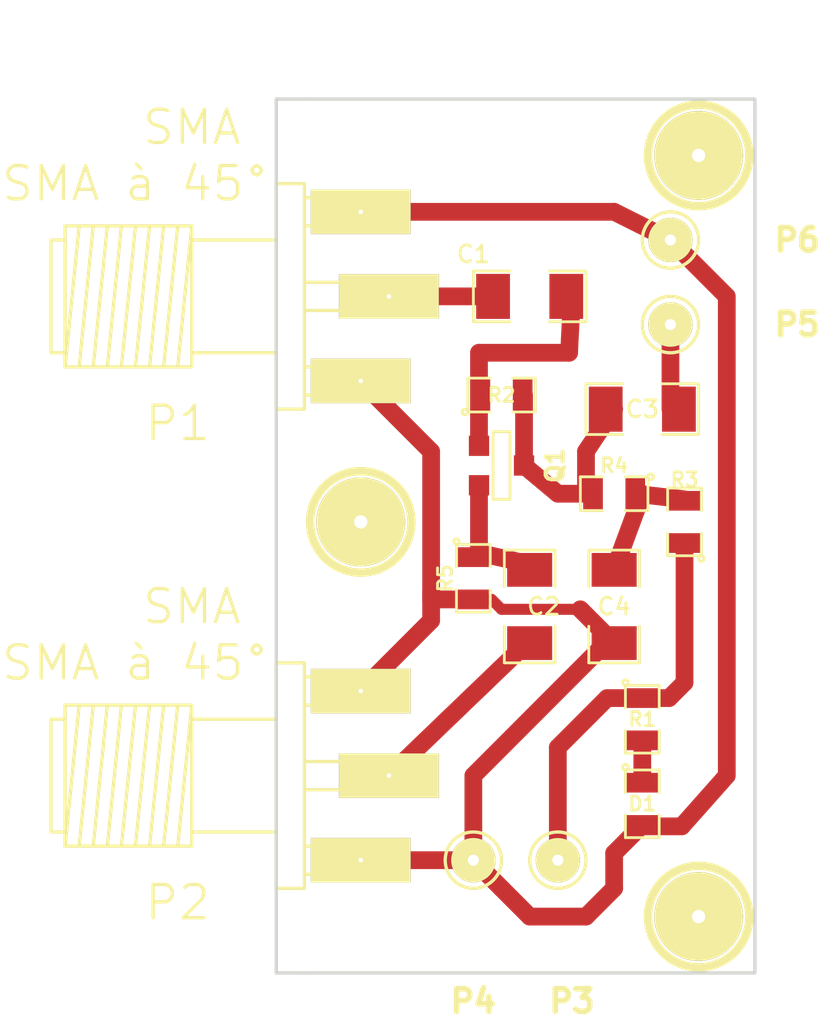
<source format=kicad_pcb>
(kicad_pcb (version 3) (host pcbnew "(2013-07-07 BZR 4022)-stable")

  (general
    (links 23)
    (no_connects 0)
    (area 60.630999 58.345 96.124888 103.759)
    (thickness 1.6)
    (drawings 7)
    (tracks 50)
    (zones 0)
    (modules 20)
    (nets 11)
  )

  (page A3)
  (title_block 
    (title "Mixeur 2.4GHz")
  )

  (layers
    (15 Dessus.Cu signal)
    (0 Dessous.Cu signal)
    (16 Dessous.Adhes user)
    (17 Dessus.Adhes user)
    (18 Dessous.Pate user)
    (19 Dessus.Pate user)
    (20 Dessous.SilkS user)
    (21 Dessus.SilkS user)
    (22 Dessous.Masque user)
    (23 Dessus.Masque user)
    (24 Dessin.User user)
    (25 Cmts.User user)
    (26 Eco1.User user)
    (27 Eco2.User user)
    (28 Contours.Ci user)
  )

  (setup
    (last_trace_width 0.254)
    (user_trace_width 0.254)
    (user_trace_width 0.5)
    (user_trace_width 0.8)
    (trace_clearance 0.254)
    (zone_clearance 0.508)
    (zone_45_only no)
    (trace_min 0.254)
    (segment_width 0.2)
    (edge_width 0.15)
    (via_size 0.889)
    (via_drill 0.635)
    (via_min_size 0.889)
    (via_min_drill 0.508)
    (uvia_size 0.508)
    (uvia_drill 0.127)
    (uvias_allowed no)
    (uvia_min_size 0.508)
    (uvia_min_drill 0.127)
    (pcb_text_width 0.3)
    (pcb_text_size 1.5 1.5)
    (mod_edge_width 0.15)
    (mod_text_size 1.5 1.5)
    (mod_text_width 0.15)
    (pad_size 1.2 1.2)
    (pad_drill 0)
    (pad_to_mask_clearance 0.2)
    (aux_axis_origin 71.12 101.6)
    (visible_elements 7FFFEFBF)
    (pcbplotparams
      (layerselection 32768)
      (usegerberextensions true)
      (excludeedgelayer false)
      (linewidth 0.100000)
      (plotframeref false)
      (viasonmask false)
      (mode 1)
      (useauxorigin true)
      (hpglpennumber 1)
      (hpglpenspeed 20)
      (hpglpendiameter 15)
      (hpglpenoverlay 2)
      (psnegative false)
      (psa4output false)
      (plotreference false)
      (plotvalue false)
      (plotothertext false)
      (plotinvisibletext false)
      (padsonsilk false)
      (subtractmaskfromsilk false)
      (outputformat 1)
      (mirror false)
      (drillshape 0)
      (scaleselection 1)
      (outputdirectory /media/dd_1To/PERSO_2/ELECTRON/AUTRES/Mixeur_2.4GHz/kicad/gerber/))
  )

  (net 0 "")
  (net 1 5V)
  (net 2 GND)
  (net 3 N-000001)
  (net 4 N-0000010)
  (net 5 N-0000011)
  (net 6 N-000003)
  (net 7 N-000006)
  (net 8 N-000007)
  (net 9 N-000008)
  (net 10 N-000009)

  (net_class Default "Ceci est la Netclass par défaut"
    (clearance 0.254)
    (trace_width 0.254)
    (via_dia 0.889)
    (via_drill 0.635)
    (uvia_dia 0.508)
    (uvia_drill 0.127)
    (add_net "")
    (add_net 5V)
    (add_net GND)
    (add_net N-000001)
    (add_net N-0000010)
    (add_net N-0000011)
    (add_net N-000003)
    (add_net N-000006)
    (add_net N-000007)
    (add_net N-000008)
    (add_net N-000009)
  )

  (module SM1206 (layer Dessus.Cu) (tedit 5B1406A7) (tstamp 5B12664A)
    (at 87.63 76.2)
    (path /5B125F9D)
    (attr smd)
    (fp_text reference C3 (at 0 0) (layer Dessus.SilkS)
      (effects (font (size 0.762 0.762) (thickness 0.127)))
    )
    (fp_text value 4n7 (at -0.635 -1.905) (layer Dessus.SilkS) hide
      (effects (font (size 0.762 0.762) (thickness 0.127)))
    )
    (fp_line (start -2.54 -1.143) (end -2.54 1.143) (layer Dessus.SilkS) (width 0.127))
    (fp_line (start -2.54 1.143) (end -0.889 1.143) (layer Dessus.SilkS) (width 0.127))
    (fp_line (start 0.889 -1.143) (end 2.54 -1.143) (layer Dessus.SilkS) (width 0.127))
    (fp_line (start 2.54 -1.143) (end 2.54 1.143) (layer Dessus.SilkS) (width 0.127))
    (fp_line (start 2.54 1.143) (end 0.889 1.143) (layer Dessus.SilkS) (width 0.127))
    (fp_line (start -0.889 -1.143) (end -2.54 -1.143) (layer Dessus.SilkS) (width 0.127))
    (pad 1 smd rect (at -1.651 0) (size 1.524 2.032)
      (layers Dessus.Cu Dessus.Pate Dessus.Masque)
      (net 6 N-000003)
    )
    (pad 2 smd rect (at 1.651 0) (size 1.524 2.032)
      (layers Dessus.Cu Dessus.Pate Dessus.Masque)
      (net 3 N-000001)
    )
    (model smd/chip_cms.wrl
      (at (xyz 0 0 0))
      (scale (xyz 0.17 0.16 0.16))
      (rotate (xyz 0 0 0))
    )
  )

  (module SM1206 (layer Dessus.Cu) (tedit 5B14063B) (tstamp 5B220EBA)
    (at 82.55 71.12 180)
    (path /5B115BFD)
    (attr smd)
    (fp_text reference C1 (at 2.54 1.905 180) (layer Dessus.SilkS)
      (effects (font (size 0.762 0.762) (thickness 0.127)))
    )
    (fp_text value 47pF (at -0.635 1.905 180) (layer Dessus.SilkS) hide
      (effects (font (size 0.762 0.762) (thickness 0.127)))
    )
    (fp_line (start -2.54 -1.143) (end -2.54 1.143) (layer Dessus.SilkS) (width 0.127))
    (fp_line (start -2.54 1.143) (end -0.889 1.143) (layer Dessus.SilkS) (width 0.127))
    (fp_line (start 0.889 -1.143) (end 2.54 -1.143) (layer Dessus.SilkS) (width 0.127))
    (fp_line (start 2.54 -1.143) (end 2.54 1.143) (layer Dessus.SilkS) (width 0.127))
    (fp_line (start 2.54 1.143) (end 0.889 1.143) (layer Dessus.SilkS) (width 0.127))
    (fp_line (start -0.889 -1.143) (end -2.54 -1.143) (layer Dessus.SilkS) (width 0.127))
    (pad 1 smd rect (at -1.651 0 180) (size 1.524 2.032)
      (layers Dessus.Cu Dessus.Pate Dessus.Masque)
      (net 4 N-0000010)
    )
    (pad 2 smd rect (at 1.651 0 180) (size 1.524 2.032)
      (layers Dessus.Cu Dessus.Pate Dessus.Masque)
      (net 7 N-000006)
    )
    (model smd/chip_cms.wrl
      (at (xyz 0 0 0))
      (scale (xyz 0.17 0.16 0.16))
      (rotate (xyz 0 0 0))
    )
  )

  (module SM1206 (layer Dessus.Cu) (tedit 5B27CC2F) (tstamp 5B12666E)
    (at 86.36 85.09 270)
    (path /5B115A8F)
    (attr smd)
    (fp_text reference C4 (at 0 0 360) (layer Dessus.SilkS)
      (effects (font (size 0.762 0.762) (thickness 0.127)))
    )
    (fp_text value 10nF (at 0 -1.905 270) (layer Dessus.SilkS) hide
      (effects (font (size 0.762 0.762) (thickness 0.127)))
    )
    (fp_line (start -2.54 -1.143) (end -2.54 1.143) (layer Dessus.SilkS) (width 0.127))
    (fp_line (start -2.54 1.143) (end -0.889 1.143) (layer Dessus.SilkS) (width 0.127))
    (fp_line (start 0.889 -1.143) (end 2.54 -1.143) (layer Dessus.SilkS) (width 0.127))
    (fp_line (start 2.54 -1.143) (end 2.54 1.143) (layer Dessus.SilkS) (width 0.127))
    (fp_line (start 2.54 1.143) (end 0.889 1.143) (layer Dessus.SilkS) (width 0.127))
    (fp_line (start -0.889 -1.143) (end -2.54 -1.143) (layer Dessus.SilkS) (width 0.127))
    (pad 1 smd rect (at -1.651 0 270) (size 1.524 2.032)
      (layers Dessus.Cu Dessus.Pate Dessus.Masque)
      (net 10 N-000009)
    )
    (pad 2 smd rect (at 1.651 0 270) (size 1.524 2.032)
      (layers Dessus.Cu Dessus.Pate Dessus.Masque)
      (net 2 GND)
    )
    (model smd/chip_cms.wrl
      (at (xyz 0 0 0))
      (scale (xyz 0.17 0.16 0.16))
      (rotate (xyz 0 0 0))
    )
  )

  (module SM1206 (layer Dessus.Cu) (tedit 5B27CC2E) (tstamp 5B12667A)
    (at 82.55 85.09 270)
    (path /5B115B4A)
    (attr smd)
    (fp_text reference C2 (at 0 -0.635 360) (layer Dessus.SilkS)
      (effects (font (size 0.762 0.762) (thickness 0.127)))
    )
    (fp_text value 47pF (at 0 0.635 270) (layer Dessus.SilkS) hide
      (effects (font (size 0.762 0.762) (thickness 0.127)))
    )
    (fp_line (start -2.54 -1.143) (end -2.54 1.143) (layer Dessus.SilkS) (width 0.127))
    (fp_line (start -2.54 1.143) (end -0.889 1.143) (layer Dessus.SilkS) (width 0.127))
    (fp_line (start 0.889 -1.143) (end 2.54 -1.143) (layer Dessus.SilkS) (width 0.127))
    (fp_line (start 2.54 -1.143) (end 2.54 1.143) (layer Dessus.SilkS) (width 0.127))
    (fp_line (start 2.54 1.143) (end 0.889 1.143) (layer Dessus.SilkS) (width 0.127))
    (fp_line (start -0.889 -1.143) (end -2.54 -1.143) (layer Dessus.SilkS) (width 0.127))
    (pad 1 smd rect (at -1.651 0 270) (size 1.524 2.032)
      (layers Dessus.Cu Dessus.Pate Dessus.Masque)
      (net 5 N-0000011)
    )
    (pad 2 smd rect (at 1.651 0 270) (size 1.524 2.032)
      (layers Dessus.Cu Dessus.Pate Dessus.Masque)
      (net 9 N-000008)
    )
    (model smd/chip_cms.wrl
      (at (xyz 0 0 0))
      (scale (xyz 0.17 0.16 0.16))
      (rotate (xyz 0 0 0))
    )
  )

  (module SM0805 (layer Dessus.Cu) (tedit 5B27CC29) (tstamp 5B126694)
    (at 80.01 83.82 270)
    (path /5B115A36)
    (attr smd)
    (fp_text reference R5 (at 0 1.27 270) (layer Dessus.SilkS)
      (effects (font (size 0.635 0.635) (thickness 0.127)))
    )
    (fp_text value 1k (at 0 1.27 270) (layer Dessus.SilkS) hide
      (effects (font (size 0.635 0.635) (thickness 0.127)))
    )
    (fp_circle (center -1.651 0.762) (end -1.651 0.635) (layer Dessus.SilkS) (width 0.127))
    (fp_line (start -0.508 0.762) (end -1.524 0.762) (layer Dessus.SilkS) (width 0.127))
    (fp_line (start -1.524 0.762) (end -1.524 -0.762) (layer Dessus.SilkS) (width 0.127))
    (fp_line (start -1.524 -0.762) (end -0.508 -0.762) (layer Dessus.SilkS) (width 0.127))
    (fp_line (start 0.508 -0.762) (end 1.524 -0.762) (layer Dessus.SilkS) (width 0.127))
    (fp_line (start 1.524 -0.762) (end 1.524 0.762) (layer Dessus.SilkS) (width 0.127))
    (fp_line (start 1.524 0.762) (end 0.508 0.762) (layer Dessus.SilkS) (width 0.127))
    (pad 1 smd rect (at -0.9525 0 270) (size 0.889 1.397)
      (layers Dessus.Cu Dessus.Pate Dessus.Masque)
      (net 5 N-0000011)
    )
    (pad 2 smd rect (at 0.9525 0 270) (size 0.889 1.397)
      (layers Dessus.Cu Dessus.Pate Dessus.Masque)
      (net 2 GND)
    )
    (model smd/chip_cms.wrl
      (at (xyz 0 0 0))
      (scale (xyz 0.1 0.1 0.1))
      (rotate (xyz 0 0 0))
    )
  )

  (module SM0805 (layer Dessus.Cu) (tedit 5B27CC25) (tstamp 5B1266BB)
    (at 86.36 80.01 180)
    (path /5B115DC8)
    (attr smd)
    (fp_text reference R4 (at 0 1.27 180) (layer Dessus.SilkS)
      (effects (font (size 0.635 0.635) (thickness 0.127)))
    )
    (fp_text value 2k2 (at 0 1.27 180) (layer Dessus.SilkS) hide
      (effects (font (size 0.635 0.635) (thickness 0.127)))
    )
    (fp_circle (center -1.651 0.762) (end -1.651 0.635) (layer Dessus.SilkS) (width 0.127))
    (fp_line (start -0.508 0.762) (end -1.524 0.762) (layer Dessus.SilkS) (width 0.127))
    (fp_line (start -1.524 0.762) (end -1.524 -0.762) (layer Dessus.SilkS) (width 0.127))
    (fp_line (start -1.524 -0.762) (end -0.508 -0.762) (layer Dessus.SilkS) (width 0.127))
    (fp_line (start 0.508 -0.762) (end 1.524 -0.762) (layer Dessus.SilkS) (width 0.127))
    (fp_line (start 1.524 -0.762) (end 1.524 0.762) (layer Dessus.SilkS) (width 0.127))
    (fp_line (start 1.524 0.762) (end 0.508 0.762) (layer Dessus.SilkS) (width 0.127))
    (pad 1 smd rect (at -0.9525 0 180) (size 0.889 1.397)
      (layers Dessus.Cu Dessus.Pate Dessus.Masque)
      (net 10 N-000009)
    )
    (pad 2 smd rect (at 0.9525 0 180) (size 0.889 1.397)
      (layers Dessus.Cu Dessus.Pate Dessus.Masque)
      (net 6 N-000003)
    )
    (model smd/chip_cms.wrl
      (at (xyz 0 0 0))
      (scale (xyz 0.1 0.1 0.1))
      (rotate (xyz 0 0 0))
    )
  )

  (module E-S_Large (layer Dessus.Cu) (tedit 5B13E071) (tstamp 5B1403FA)
    (at 90.17 64.77)
    (descr "module 1 pin (ou trou mecanique de percage)")
    (tags DEV)
    (path /4D1C6024)
    (fp_text reference "" (at 0 -3.048) (layer Dessus.SilkS)
      (effects (font (size 1.016 1.016) (thickness 0.254)))
    )
    (fp_text value "" (at 0 2.794) (layer Dessus.SilkS) hide
      (effects (font (size 1.016 1.016) (thickness 0.254)))
    )
    (fp_circle (center 0 0) (end 0 -2.286) (layer Dessus.SilkS) (width 0.381))
    (pad "" thru_hole circle (at 0 0) (size 4.0005 4.0005) (drill 0.5985)
      (layers *.Cu *.Mask Dessus.SilkS)
    )
  )

  (module E-S_Large (layer Dessus.Cu) (tedit 5B13E07C) (tstamp 5B140405)
    (at 90.17 99.06)
    (descr "module 1 pin (ou trou mecanique de percage)")
    (tags DEV)
    (path /4D1C6024)
    (fp_text reference "" (at 0 -3.048) (layer Dessus.SilkS)
      (effects (font (size 1.016 1.016) (thickness 0.254)))
    )
    (fp_text value "" (at 0 2.794) (layer Dessus.SilkS) hide
      (effects (font (size 1.016 1.016) (thickness 0.254)))
    )
    (fp_circle (center 0 0) (end 0 -2.286) (layer Dessus.SilkS) (width 0.381))
    (pad "" thru_hole circle (at 0 0) (size 4.0005 4.0005) (drill 0.5985)
      (layers *.Cu *.Mask Dessus.SilkS)
    )
  )

  (module E-S_Large (layer Dessus.Cu) (tedit 5B13E090) (tstamp 5B140410)
    (at 74.93 81.28)
    (descr "module 1 pin (ou trou mecanique de percage)")
    (tags DEV)
    (path /4D1C6024)
    (fp_text reference "" (at 0 -3.048) (layer Dessus.SilkS)
      (effects (font (size 1.016 1.016) (thickness 0.254)))
    )
    (fp_text value "" (at 0 2.794) (layer Dessus.SilkS) hide
      (effects (font (size 1.016 1.016) (thickness 0.254)))
    )
    (fp_circle (center 0 0) (end 0 -2.286) (layer Dessus.SilkS) (width 0.381))
    (pad "" thru_hole circle (at 0 0) (size 4.0005 4.0005) (drill 0.5985)
      (layers *.Cu *.Mask Dessus.SilkS)
    )
  )

  (module E-S_3mm (layer Dessus.Cu) (tedit 5B2207C5) (tstamp 5B1266CD)
    (at 80.01 96.52)
    (descr "module 1 pin (ou trou mecanique de percage)")
    (tags DEV)
    (path /5B11610C)
    (fp_text reference P4 (at 0 6.35) (layer Dessus.SilkS)
      (effects (font (size 1.016 1.016) (thickness 0.254)))
    )
    (fp_text value P (at 0 2.794) (layer Dessus.SilkS) hide
      (effects (font (size 1.016 1.016) (thickness 0.254)))
    )
    (fp_circle (center 0 0) (end 1.27 0) (layer Dessus.SilkS) (width 0.15))
    (pad 1 thru_hole circle (at 0 0) (size 1.99898 1.99898) (drill 0.5)
      (layers *.Cu *.Mask Dessus.SilkS)
      (net 2 GND)
    )
  )

  (module E-S_3mm (layer Dessus.Cu) (tedit 5B2207BC) (tstamp 5B1266D3)
    (at 83.82 96.52)
    (descr "module 1 pin (ou trou mecanique de percage)")
    (tags DEV)
    (path /5B11619C)
    (fp_text reference P3 (at 0.635 6.35) (layer Dessus.SilkS)
      (effects (font (size 1.016 1.016) (thickness 0.254)))
    )
    (fp_text value P (at 0 2.794) (layer Dessus.SilkS) hide
      (effects (font (size 1.016 1.016) (thickness 0.254)))
    )
    (fp_circle (center 0 0) (end 1.27 0) (layer Dessus.SilkS) (width 0.15))
    (pad 1 thru_hole circle (at 0 0) (size 1.99898 1.99898) (drill 0.5)
      (layers *.Cu *.Mask Dessus.SilkS)
      (net 1 5V)
    )
  )

  (module E-S_3mm (layer Dessus.Cu) (tedit 5B2207D0) (tstamp 5B1266D9)
    (at 88.9 72.39)
    (descr "module 1 pin (ou trou mecanique de percage)")
    (tags DEV)
    (path /5B125F86)
    (fp_text reference P5 (at 5.715 0) (layer Dessus.SilkS)
      (effects (font (size 1.016 1.016) (thickness 0.254)))
    )
    (fp_text value P (at 0 2.794) (layer Dessus.SilkS) hide
      (effects (font (size 1.016 1.016) (thickness 0.254)))
    )
    (fp_circle (center 0 0) (end 1.27 0) (layer Dessus.SilkS) (width 0.15))
    (pad 1 thru_hole circle (at 0 0) (size 1.99898 1.99898) (drill 0.5)
      (layers *.Cu *.Mask Dessus.SilkS)
      (net 3 N-000001)
    )
  )

  (module E-S_3mm (layer Dessus.Cu) (tedit 5B2207CC) (tstamp 5B1266DF)
    (at 88.9 68.58)
    (descr "module 1 pin (ou trou mecanique de percage)")
    (tags DEV)
    (path /5B125FE3)
    (fp_text reference P6 (at 5.715 0) (layer Dessus.SilkS)
      (effects (font (size 1.016 1.016) (thickness 0.254)))
    )
    (fp_text value P (at 0 2.794) (layer Dessus.SilkS) hide
      (effects (font (size 1.016 1.016) (thickness 0.254)))
    )
    (fp_circle (center 0 0) (end 1.27 0) (layer Dessus.SilkS) (width 0.15))
    (pad 1 thru_hole circle (at 0 0) (size 1.99898 1.99898) (drill 0.5)
      (layers *.Cu *.Mask Dessus.SilkS)
      (net 2 GND)
    )
  )

  (module SMA_embaseH (layer Dessus.Cu) (tedit 5B220551) (tstamp 5B1266C1)
    (at 74.93 71.12)
    (path /5B13913F)
    (fp_text reference P1 (at -8.255 5.715) (layer Dessus.SilkS)
      (effects (font (size 1.5 1.5) (thickness 0.15)))
    )
    (fp_text value SMA (at -7.62 -7.62) (layer Dessus.SilkS)
      (effects (font (size 1.5 1.5) (thickness 0.15)))
    )
    (fp_line (start -7.62 -3.175) (end -8.255 3.175) (layer Dessus.SilkS) (width 0.15))
    (fp_line (start -12.7 -3.175) (end -13.335 3.175) (layer Dessus.SilkS) (width 0.15))
    (fp_line (start -12.065 -3.175) (end -12.7 3.175) (layer Dessus.SilkS) (width 0.15))
    (fp_line (start -11.43 -3.175) (end -12.065 3.175) (layer Dessus.SilkS) (width 0.15))
    (fp_line (start -10.795 -3.175) (end -11.43 3.175) (layer Dessus.SilkS) (width 0.15))
    (fp_line (start -10.16 -3.175) (end -10.795 3.175) (layer Dessus.SilkS) (width 0.15))
    (fp_line (start -7.62 -3.175) (end -7.62 3.175) (layer Dessus.SilkS) (width 0.15))
    (fp_line (start -8.255 -3.175) (end -8.89 3.175) (layer Dessus.SilkS) (width 0.15))
    (fp_line (start -8.89 -3.175) (end -9.525 3.175) (layer Dessus.SilkS) (width 0.15))
    (fp_line (start -9.525 -3.175) (end -10.16 3.175) (layer Dessus.SilkS) (width 0.15))
    (fp_line (start -13.335 -3.175) (end -13.335 3.175) (layer Dessus.SilkS) (width 0.15))
    (fp_line (start -13.97 -2.54) (end -13.97 2.54) (layer Dessus.SilkS) (width 0.15))
    (fp_line (start -3.81 2.54) (end -7.62 2.54) (layer Dessus.SilkS) (width 0.15))
    (fp_line (start -3.81 -2.54) (end -7.62 -2.54) (layer Dessus.SilkS) (width 0.15))
    (fp_line (start -2.54 -5.08) (end -2.54 5.08) (layer Dessus.SilkS) (width 0.15))
    (fp_line (start -3.81 -5.08) (end -3.81 5.08) (layer Dessus.SilkS) (width 0.15))
    (fp_text user "SMA à 45°" (at -10.16 -5.08) (layer Dessus.SilkS)
      (effects (font (size 1.5 1.5) (thickness 0.15)))
    )
    (fp_line (start -13.97 2.54) (end -13.335 2.54) (layer Dessus.SilkS) (width 0.15))
    (fp_line (start -13.97 -2.54) (end -13.335 -2.54) (layer Dessus.SilkS) (width 0.15))
    (fp_line (start -13.335 3.175) (end -7.62 3.175) (layer Dessus.SilkS) (width 0.15))
    (fp_line (start -7.62 -3.175) (end -13.335 -3.175) (layer Dessus.SilkS) (width 0.15))
    (fp_line (start -2.54 3.175) (end 1.905 3.175) (layer Dessus.SilkS) (width 0.15))
    (fp_line (start 1.905 3.175) (end 1.905 4.445) (layer Dessus.SilkS) (width 0.15))
    (fp_line (start 1.905 4.445) (end -2.54 4.445) (layer Dessus.SilkS) (width 0.15))
    (fp_line (start -2.54 -4.445) (end 1.905 -4.445) (layer Dessus.SilkS) (width 0.15))
    (fp_line (start 1.905 -4.445) (end 1.905 -3.175) (layer Dessus.SilkS) (width 0.15))
    (fp_line (start 1.905 -3.175) (end -2.54 -3.175) (layer Dessus.SilkS) (width 0.15))
    (fp_line (start -2.54 -0.635) (end 1.905 -0.635) (layer Dessus.SilkS) (width 0.15))
    (fp_line (start 1.905 -0.635) (end 1.905 0.635) (layer Dessus.SilkS) (width 0.15))
    (fp_line (start 1.905 0.635) (end -2.54 0.635) (layer Dessus.SilkS) (width 0.15))
    (fp_line (start -2.54 5.08) (end -3.81 5.08) (layer Dessus.SilkS) (width 0.15))
    (fp_line (start -3.81 -5.08) (end -2.54 -5.08) (layer Dessus.SilkS) (width 0.15))
    (pad 2 thru_hole rect (at 1.27 0) (size 4.5 2) (drill 0.2)
      (layers *.Mask Dessus.Cu Dessus.SilkS)
      (net 7 N-000006)
    )
    (pad 1 thru_hole rect (at 0 -3.81) (size 4.5 2) (drill 0.2)
      (layers *.Mask Dessus.Cu Dessus.SilkS)
      (net 2 GND)
    )
    (pad 1 thru_hole rect (at 0 3.81) (size 4.5 2) (drill 0.2)
      (layers *.Mask Dessus.Cu Dessus.SilkS)
      (net 2 GND)
    )
  )

  (module SMA_embaseH (layer Dessus.Cu) (tedit 5B220551) (tstamp 5B1266C7)
    (at 74.93 92.71)
    (path /5B139367)
    (fp_text reference P2 (at -8.255 5.715) (layer Dessus.SilkS)
      (effects (font (size 1.5 1.5) (thickness 0.15)))
    )
    (fp_text value SMA (at -7.62 -7.62) (layer Dessus.SilkS)
      (effects (font (size 1.5 1.5) (thickness 0.15)))
    )
    (fp_line (start -7.62 -3.175) (end -8.255 3.175) (layer Dessus.SilkS) (width 0.15))
    (fp_line (start -12.7 -3.175) (end -13.335 3.175) (layer Dessus.SilkS) (width 0.15))
    (fp_line (start -12.065 -3.175) (end -12.7 3.175) (layer Dessus.SilkS) (width 0.15))
    (fp_line (start -11.43 -3.175) (end -12.065 3.175) (layer Dessus.SilkS) (width 0.15))
    (fp_line (start -10.795 -3.175) (end -11.43 3.175) (layer Dessus.SilkS) (width 0.15))
    (fp_line (start -10.16 -3.175) (end -10.795 3.175) (layer Dessus.SilkS) (width 0.15))
    (fp_line (start -7.62 -3.175) (end -7.62 3.175) (layer Dessus.SilkS) (width 0.15))
    (fp_line (start -8.255 -3.175) (end -8.89 3.175) (layer Dessus.SilkS) (width 0.15))
    (fp_line (start -8.89 -3.175) (end -9.525 3.175) (layer Dessus.SilkS) (width 0.15))
    (fp_line (start -9.525 -3.175) (end -10.16 3.175) (layer Dessus.SilkS) (width 0.15))
    (fp_line (start -13.335 -3.175) (end -13.335 3.175) (layer Dessus.SilkS) (width 0.15))
    (fp_line (start -13.97 -2.54) (end -13.97 2.54) (layer Dessus.SilkS) (width 0.15))
    (fp_line (start -3.81 2.54) (end -7.62 2.54) (layer Dessus.SilkS) (width 0.15))
    (fp_line (start -3.81 -2.54) (end -7.62 -2.54) (layer Dessus.SilkS) (width 0.15))
    (fp_line (start -2.54 -5.08) (end -2.54 5.08) (layer Dessus.SilkS) (width 0.15))
    (fp_line (start -3.81 -5.08) (end -3.81 5.08) (layer Dessus.SilkS) (width 0.15))
    (fp_text user "SMA à 45°" (at -10.16 -5.08) (layer Dessus.SilkS)
      (effects (font (size 1.5 1.5) (thickness 0.15)))
    )
    (fp_line (start -13.97 2.54) (end -13.335 2.54) (layer Dessus.SilkS) (width 0.15))
    (fp_line (start -13.97 -2.54) (end -13.335 -2.54) (layer Dessus.SilkS) (width 0.15))
    (fp_line (start -13.335 3.175) (end -7.62 3.175) (layer Dessus.SilkS) (width 0.15))
    (fp_line (start -7.62 -3.175) (end -13.335 -3.175) (layer Dessus.SilkS) (width 0.15))
    (fp_line (start -2.54 3.175) (end 1.905 3.175) (layer Dessus.SilkS) (width 0.15))
    (fp_line (start 1.905 3.175) (end 1.905 4.445) (layer Dessus.SilkS) (width 0.15))
    (fp_line (start 1.905 4.445) (end -2.54 4.445) (layer Dessus.SilkS) (width 0.15))
    (fp_line (start -2.54 -4.445) (end 1.905 -4.445) (layer Dessus.SilkS) (width 0.15))
    (fp_line (start 1.905 -4.445) (end 1.905 -3.175) (layer Dessus.SilkS) (width 0.15))
    (fp_line (start 1.905 -3.175) (end -2.54 -3.175) (layer Dessus.SilkS) (width 0.15))
    (fp_line (start -2.54 -0.635) (end 1.905 -0.635) (layer Dessus.SilkS) (width 0.15))
    (fp_line (start 1.905 -0.635) (end 1.905 0.635) (layer Dessus.SilkS) (width 0.15))
    (fp_line (start 1.905 0.635) (end -2.54 0.635) (layer Dessus.SilkS) (width 0.15))
    (fp_line (start -2.54 5.08) (end -3.81 5.08) (layer Dessus.SilkS) (width 0.15))
    (fp_line (start -3.81 -5.08) (end -2.54 -5.08) (layer Dessus.SilkS) (width 0.15))
    (pad 2 thru_hole rect (at 1.27 0) (size 4.5 2) (drill 0.2)
      (layers *.Mask Dessus.Cu Dessus.SilkS)
      (net 9 N-000008)
    )
    (pad 1 thru_hole rect (at 0 -3.81) (size 4.5 2) (drill 0.2)
      (layers *.Mask Dessus.Cu Dessus.SilkS)
      (net 2 GND)
    )
    (pad 1 thru_hole rect (at 0 3.81) (size 4.5 2) (drill 0.2)
      (layers *.Mask Dessus.Cu Dessus.SilkS)
      (net 2 GND)
    )
  )

  (module SM0805 (layer Dessus.Cu) (tedit 5B27CC1D) (tstamp 5B1266AE)
    (at 89.535 81.28 90)
    (path /5B115953)
    (attr smd)
    (fp_text reference R3 (at 1.905 0 180) (layer Dessus.SilkS)
      (effects (font (size 0.635 0.635) (thickness 0.127)))
    )
    (fp_text value 100 (at 0 0 90) (layer Dessus.SilkS) hide
      (effects (font (size 0.635 0.635) (thickness 0.127)))
    )
    (fp_circle (center -1.651 0.762) (end -1.651 0.635) (layer Dessus.SilkS) (width 0.127))
    (fp_line (start -0.508 0.762) (end -1.524 0.762) (layer Dessus.SilkS) (width 0.127))
    (fp_line (start -1.524 0.762) (end -1.524 -0.762) (layer Dessus.SilkS) (width 0.127))
    (fp_line (start -1.524 -0.762) (end -0.508 -0.762) (layer Dessus.SilkS) (width 0.127))
    (fp_line (start 0.508 -0.762) (end 1.524 -0.762) (layer Dessus.SilkS) (width 0.127))
    (fp_line (start 1.524 -0.762) (end 1.524 0.762) (layer Dessus.SilkS) (width 0.127))
    (fp_line (start 1.524 0.762) (end 0.508 0.762) (layer Dessus.SilkS) (width 0.127))
    (pad 1 smd rect (at -0.9525 0 90) (size 0.889 1.397)
      (layers Dessus.Cu Dessus.Pate Dessus.Masque)
      (net 1 5V)
    )
    (pad 2 smd rect (at 0.9525 0 90) (size 0.889 1.397)
      (layers Dessus.Cu Dessus.Pate Dessus.Masque)
      (net 10 N-000009)
    )
    (model smd/chip_cms.wrl
      (at (xyz 0 0 0))
      (scale (xyz 0.1 0.1 0.1))
      (rotate (xyz 0 0 0))
    )
  )

  (module SOT23BCE (layer Dessus.Cu) (tedit 54363FAB) (tstamp 5B12663E)
    (at 81.28 78.74 270)
    (descr "Module CMS SOT23 Transistore EBC")
    (tags "CMS SOT")
    (path /5B115D57)
    (attr smd)
    (fp_text reference Q1 (at 0 -2.413 270) (layer Dessus.SilkS)
      (effects (font (size 0.762 0.762) (thickness 0.2032)))
    )
    (fp_text value BFR93A (at 0 -3.81 270) (layer Dessus.SilkS) hide
      (effects (font (size 0.762 0.762) (thickness 0.2032)))
    )
    (fp_line (start 1.524 0.381) (end -1.524 0.381) (layer Dessus.SilkS) (width 0.127))
    (fp_line (start -1.524 0.381) (end -1.524 -0.381) (layer Dessus.SilkS) (width 0.127))
    (fp_line (start -1.524 -0.381) (end 1.524 -0.381) (layer Dessus.SilkS) (width 0.127))
    (fp_line (start 1.524 -0.381) (end 1.524 0.381) (layer Dessus.SilkS) (width 0.127))
    (pad 3 smd rect (at 0.889 1.016 90) (size 0.9144 0.9144)
      (layers Dessus.Cu Dessus.Pate Dessus.Masque)
      (net 5 N-0000011)
    )
    (pad 2 smd rect (at -0.889 1.016 90) (size 0.9144 0.9144)
      (layers Dessus.Cu Dessus.Pate Dessus.Masque)
      (net 4 N-0000010)
    )
    (pad 1 smd rect (at 0 -1.016 90) (size 0.9144 0.9144)
      (layers Dessus.Cu Dessus.Pate Dessus.Masque)
      (net 6 N-000003)
    )
    (model smd/cms_sot23.wrl
      (at (xyz 0 0 0))
      (scale (xyz 0.13 0.15 0.15))
      (rotate (xyz 0 0 0))
    )
  )

  (module SM0805 (layer Dessus.Cu) (tedit 42806E04) (tstamp 5B1266A1)
    (at 81.28 75.565)
    (path /5B1159D9)
    (attr smd)
    (fp_text reference R2 (at 0 0) (layer Dessus.SilkS)
      (effects (font (size 0.635 0.635) (thickness 0.127)))
    )
    (fp_text value 100k (at 0 0) (layer Dessus.SilkS) hide
      (effects (font (size 0.635 0.635) (thickness 0.127)))
    )
    (fp_circle (center -1.651 0.762) (end -1.651 0.635) (layer Dessus.SilkS) (width 0.127))
    (fp_line (start -0.508 0.762) (end -1.524 0.762) (layer Dessus.SilkS) (width 0.127))
    (fp_line (start -1.524 0.762) (end -1.524 -0.762) (layer Dessus.SilkS) (width 0.127))
    (fp_line (start -1.524 -0.762) (end -0.508 -0.762) (layer Dessus.SilkS) (width 0.127))
    (fp_line (start 0.508 -0.762) (end 1.524 -0.762) (layer Dessus.SilkS) (width 0.127))
    (fp_line (start 1.524 -0.762) (end 1.524 0.762) (layer Dessus.SilkS) (width 0.127))
    (fp_line (start 1.524 0.762) (end 0.508 0.762) (layer Dessus.SilkS) (width 0.127))
    (pad 1 smd rect (at -0.9525 0) (size 0.889 1.397)
      (layers Dessus.Cu Dessus.Pate Dessus.Masque)
      (net 4 N-0000010)
    )
    (pad 2 smd rect (at 0.9525 0) (size 0.889 1.397)
      (layers Dessus.Cu Dessus.Pate Dessus.Masque)
      (net 6 N-000003)
    )
    (model smd/chip_cms.wrl
      (at (xyz 0 0 0))
      (scale (xyz 0.1 0.1 0.1))
      (rotate (xyz 0 0 0))
    )
  )

  (module SM0805 (layer Dessus.Cu) (tedit 5B27CC30) (tstamp 5B126687)
    (at 87.63 90.17 270)
    (path /5B115CF9)
    (attr smd)
    (fp_text reference R1 (at 0 0 360) (layer Dessus.SilkS)
      (effects (font (size 0.635 0.635) (thickness 0.127)))
    )
    (fp_text value 2k2 (at 0 0 270) (layer Dessus.SilkS) hide
      (effects (font (size 0.635 0.635) (thickness 0.127)))
    )
    (fp_circle (center -1.651 0.762) (end -1.651 0.635) (layer Dessus.SilkS) (width 0.127))
    (fp_line (start -0.508 0.762) (end -1.524 0.762) (layer Dessus.SilkS) (width 0.127))
    (fp_line (start -1.524 0.762) (end -1.524 -0.762) (layer Dessus.SilkS) (width 0.127))
    (fp_line (start -1.524 -0.762) (end -0.508 -0.762) (layer Dessus.SilkS) (width 0.127))
    (fp_line (start 0.508 -0.762) (end 1.524 -0.762) (layer Dessus.SilkS) (width 0.127))
    (fp_line (start 1.524 -0.762) (end 1.524 0.762) (layer Dessus.SilkS) (width 0.127))
    (fp_line (start 1.524 0.762) (end 0.508 0.762) (layer Dessus.SilkS) (width 0.127))
    (pad 1 smd rect (at -0.9525 0 270) (size 0.889 1.397)
      (layers Dessus.Cu Dessus.Pate Dessus.Masque)
      (net 1 5V)
    )
    (pad 2 smd rect (at 0.9525 0 270) (size 0.889 1.397)
      (layers Dessus.Cu Dessus.Pate Dessus.Masque)
      (net 8 N-000007)
    )
    (model smd/chip_cms.wrl
      (at (xyz 0 0 0))
      (scale (xyz 0.1 0.1 0.1))
      (rotate (xyz 0 0 0))
    )
  )

  (module SM0805 (layer Dessus.Cu) (tedit 5B27CC35) (tstamp 5B126656)
    (at 87.63 93.98 270)
    (path /5B115C38)
    (attr smd)
    (fp_text reference D1 (at 0 0 360) (layer Dessus.SilkS)
      (effects (font (size 0.635 0.635) (thickness 0.127)))
    )
    (fp_text value LED (at 0 0 270) (layer Dessus.SilkS) hide
      (effects (font (size 0.635 0.635) (thickness 0.127)))
    )
    (fp_circle (center -1.651 0.762) (end -1.651 0.635) (layer Dessus.SilkS) (width 0.127))
    (fp_line (start -0.508 0.762) (end -1.524 0.762) (layer Dessus.SilkS) (width 0.127))
    (fp_line (start -1.524 0.762) (end -1.524 -0.762) (layer Dessus.SilkS) (width 0.127))
    (fp_line (start -1.524 -0.762) (end -0.508 -0.762) (layer Dessus.SilkS) (width 0.127))
    (fp_line (start 0.508 -0.762) (end 1.524 -0.762) (layer Dessus.SilkS) (width 0.127))
    (fp_line (start 1.524 -0.762) (end 1.524 0.762) (layer Dessus.SilkS) (width 0.127))
    (fp_line (start 1.524 0.762) (end 0.508 0.762) (layer Dessus.SilkS) (width 0.127))
    (pad 1 smd rect (at -0.9525 0 270) (size 0.889 1.397)
      (layers Dessus.Cu Dessus.Pate Dessus.Masque)
      (net 8 N-000007)
    )
    (pad 2 smd rect (at 0.9525 0 270) (size 0.889 1.397)
      (layers Dessus.Cu Dessus.Pate Dessus.Masque)
      (net 2 GND)
    )
    (model smd/chip_cms.wrl
      (at (xyz 0 0 0))
      (scale (xyz 0.1 0.1 0.1))
      (rotate (xyz 0 0 0))
    )
  )

  (gr_text "La continuité de la masse se fait\n(aussi) par les embases SMA" (at 81.28 59.055) (layer Eco2.User)
    (effects (font (size 0.8 0.8) (thickness 0.1)))
  )
  (gr_line (start 71.12 101.6) (end 72.39 101.6) (angle 90) (layer Contours.Ci) (width 0.15))
  (gr_line (start 71.12 62.23) (end 71.12 101.6) (angle 90) (layer Contours.Ci) (width 0.15))
  (gr_line (start 72.39 62.23) (end 71.12 62.23) (angle 90) (layer Contours.Ci) (width 0.15))
  (gr_line (start 72.39 101.6) (end 92.71 101.6) (angle 90) (layer Contours.Ci) (width 0.15))
  (gr_line (start 72.39 62.23) (end 92.71 62.23) (angle 90) (layer Contours.Ci) (width 0.15))
  (gr_line (start 92.71 101.6) (end 92.71 62.23) (angle 90) (layer Contours.Ci) (width 0.15))

  (segment (start 89.535 82.2325) (end 89.535 88.519) (width 0.8) (layer Dessus.Cu) (net 1))
  (segment (start 88.8365 89.2175) (end 87.63 89.2175) (width 0.8) (layer Dessus.Cu) (net 1) (tstamp 5B1F8B1B))
  (segment (start 89.535 88.519) (end 88.8365 89.2175) (width 0.8) (layer Dessus.Cu) (net 1) (tstamp 5B1F8B17))
  (segment (start 87.63 89.2175) (end 86.0425 89.2175) (width 0.8) (layer Dessus.Cu) (net 1))
  (segment (start 83.82 91.44) (end 83.82 96.52) (width 0.8) (layer Dessus.Cu) (net 1) (tstamp 5B1404B8) (status 20))
  (segment (start 86.0425 89.2175) (end 83.82 91.44) (width 0.8) (layer Dessus.Cu) (net 1) (tstamp 5B1404B5))
  (segment (start 74.93 67.31) (end 86.36 67.31) (width 0.8) (layer Dessus.Cu) (net 2))
  (segment (start 86.36 67.31) (end 88.9 68.58) (width 0.8) (layer Dessus.Cu) (net 2) (tstamp 5B220E14) (status 20))
  (segment (start 78.105 84.455) (end 78.105 85.725) (width 0.8) (layer Dessus.Cu) (net 2))
  (segment (start 78.105 85.725) (end 74.93 88.9) (width 0.8) (layer Dessus.Cu) (net 2) (tstamp 5B220E0F))
  (segment (start 78.105 84.7725) (end 78.105 84.455) (width 0.8) (layer Dessus.Cu) (net 2))
  (segment (start 78.105 84.455) (end 78.105 78.105) (width 0.8) (layer Dessus.Cu) (net 2) (tstamp 5B220E0D))
  (segment (start 78.105 78.105) (end 74.93 74.93) (width 0.8) (layer Dessus.Cu) (net 2) (tstamp 5B220E0A))
  (segment (start 80.01 96.52) (end 74.93 96.52) (width 0.8) (layer Dessus.Cu) (net 2) (status 10))
  (segment (start 86.36 86.741) (end 85.979 86.741) (width 0.5) (layer Dessus.Cu) (net 2))
  (segment (start 80.01 92.71) (end 80.01 96.52) (width 0.8) (layer Dessus.Cu) (net 2) (tstamp 5B14DC23) (status 20))
  (segment (start 85.979 86.741) (end 80.01 92.71) (width 0.8) (layer Dessus.Cu) (net 2) (tstamp 5B14DC15))
  (segment (start 80.01 84.7725) (end 78.105 84.7725) (width 0.8) (layer Dessus.Cu) (net 2))
  (segment (start 78.105 84.7725) (end 78.1685 84.7725) (width 0.8) (layer Dessus.Cu) (net 2) (tstamp 5B220E08))
  (segment (start 80.01 84.7725) (end 80.8355 84.7725) (width 0.5) (layer Dessus.Cu) (net 2))
  (segment (start 84.836 85.217) (end 86.36 86.741) (width 0.8) (layer Dessus.Cu) (net 2) (tstamp 5B14DB4B))
  (segment (start 81.28 85.217) (end 84.836 85.217) (width 0.5) (layer Dessus.Cu) (net 2) (tstamp 5B14DB49))
  (segment (start 80.8355 84.7725) (end 81.28 85.217) (width 0.5) (layer Dessus.Cu) (net 2) (tstamp 5B14DB47))
  (segment (start 86.36 97.79) (end 86.36 96.2025) (width 0.8) (layer Dessus.Cu) (net 2))
  (segment (start 85.09 99.06) (end 86.36 97.79) (width 0.8) (layer Dessus.Cu) (net 2) (tstamp 5B14053B) (status 80010))
  (segment (start 82.55 99.06) (end 85.09 99.06) (width 0.8) (layer Dessus.Cu) (net 2) (tstamp 5B14052F) (status 80010))
  (segment (start 81.28 97.79) (end 82.55 99.06) (width 0.8) (layer Dessus.Cu) (net 2) (status 80010))
  (segment (start 80.01 96.52) (end 81.28 97.79) (width 0.8) (layer Dessus.Cu) (net 2) (tstamp 5B140507) (status 10))
  (segment (start 86.36 96.2025) (end 87.63 94.9325) (width 0.8) (layer Dessus.Cu) (net 2) (tstamp 5B1405E3) (status 20))
  (segment (start 89.408 94.996) (end 87.757 94.996) (width 0.8) (layer Dessus.Cu) (net 2) (tstamp 5B140559) (status 20))
  (segment (start 91.44 92.71) (end 89.408 94.996) (width 0.8) (layer Dessus.Cu) (net 2) (tstamp 5B140557))
  (segment (start 91.44 71.12) (end 91.44 92.71) (width 0.8) (layer Dessus.Cu) (net 2) (tstamp 5B140555))
  (segment (start 88.9 68.58) (end 91.44 71.12) (width 0.8) (layer Dessus.Cu) (net 2) (tstamp 5B14038A) (status 10))
  (segment (start 88.9 72.39) (end 88.9 76.2) (width 0.8) (layer Dessus.Cu) (net 3) (status 80000))
  (segment (start 80.264 75.565) (end 80.264 73.66) (width 0.8) (layer Dessus.Cu) (net 4) (status 80010))
  (segment (start 80.264 73.66) (end 84.328 73.66) (width 0.8) (layer Dessus.Cu) (net 4) (status 80000))
  (segment (start 84.328 73.66) (end 84.455 71.12) (width 0.8) (layer Dessus.Cu) (net 4) (status 80020))
  (segment (start 80.264 75.565) (end 80.264 77.851) (width 0.8) (layer Dessus.Cu) (net 4) (status 80010))
  (segment (start 80.264 82.677) (end 82.55 83.185) (width 0.8) (layer Dessus.Cu) (net 5) (status 80010))
  (segment (start 80.264 82.6135) (end 80.264 79.756) (width 0.8) (layer Dessus.Cu) (net 5) (status 80010))
  (segment (start 82.296 75.565) (end 82.296 78.74) (width 0.8) (layer Dessus.Cu) (net 6) (status 80010))
  (segment (start 82.296 78.74) (end 83.82 80.01) (width 0.8) (layer Dessus.Cu) (net 6) (status 80000))
  (segment (start 83.82 80.01) (end 85.09 80.01) (width 0.8) (layer Dessus.Cu) (net 6) (status 80000))
  (segment (start 85.09 80.01) (end 85.09 78.105) (width 0.8) (layer Dessus.Cu) (net 6) (status 80000))
  (segment (start 85.09 78.105) (end 86.36 76.2) (width 0.8) (layer Dessus.Cu) (net 6) (status 80000))
  (segment (start 76.2 71.12) (end 80.899 71.12) (width 0.8) (layer Dessus.Cu) (net 7) (status 80020))
  (segment (start 87.63 91.1225) (end 87.63 93.0275) (width 0.8) (layer Dessus.Cu) (net 8))
  (segment (start 76.2 92.71) (end 82.55 86.614) (width 0.8) (layer Dessus.Cu) (net 9) (status 80000))
  (segment (start 87.3125 80.01) (end 89.535 80.264) (width 0.8) (layer Dessus.Cu) (net 10) (status 20))
  (segment (start 87.63 80.01) (end 86.36 83.439) (width 0.8) (layer Dessus.Cu) (net 10) (status 80000))

)

</source>
